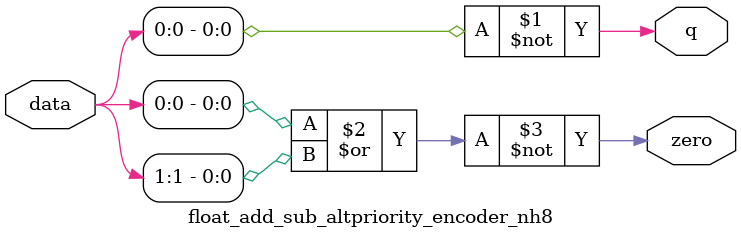
<source format=v>
module  float_add_sub_altpriority_encoder_nh8
	(
	data,
	q,
	zero) ;
	input   [1:0]  data;
	output   [0:0]  q;
	output   zero;
	assign
		q = {(~ data[0])},
		zero = (~ (data[0] | data[1]));
endmodule
</source>
